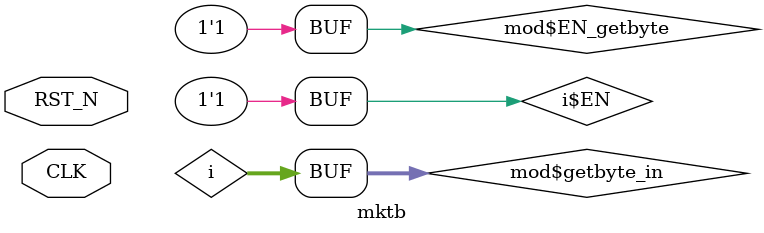
<source format=v>

`ifdef BSV_ASSIGNMENT_DELAY
`else
  `define BSV_ASSIGNMENT_DELAY
`endif

`ifdef BSV_POSITIVE_RESET
  `define BSV_RESET_VALUE 1'b1
  `define BSV_RESET_EDGE posedge
`else
  `define BSV_RESET_VALUE 1'b0
  `define BSV_RESET_EDGE negedge
`endif

module mktb(CLK,
	    RST_N);
  input  CLK;
  input  RST_N;

  // register i
  reg [7 : 0] i;
  wire [7 : 0] i$D_IN;
  wire i$EN;

  // ports of submodule mod
  wire [7 : 0] mod$getbyte, mod$getbyte_in;
  wire mod$EN_getbyte;

  // submodule mod
  mkinv_sbox_threshold mod(.seed_1(16'h0004),
			   .seed_2(24'h000002),
			   .seed_3(24'h000001),
			   .CLK(CLK),
			   .RST_N(RST_N),
			   .getbyte_in(mod$getbyte_in),
			   .EN_getbyte(mod$EN_getbyte),
			   .getbyte(mod$getbyte),
			   .RDY_getbyte());

  // register i
  assign i$D_IN = i + 8'd1 ;
  assign i$EN = 1'd1 ;

  // submodule mod
  assign mod$getbyte_in = i ;
  assign mod$EN_getbyte = 1'd1 ;

  // handling of inlined registers

  always@(posedge CLK)
  begin
    if (RST_N == `BSV_RESET_VALUE)
      begin
        i <= `BSV_ASSIGNMENT_DELAY 8'd0;
      end
    else
      begin
        if (i$EN) i <= `BSV_ASSIGNMENT_DELAY i$D_IN;
      end
  end

  // synopsys translate_off
  `ifdef BSV_NO_INITIAL_BLOCKS
  `else // not BSV_NO_INITIAL_BLOCKS
  initial
  begin
    i = 8'hAA;
  end
  `endif // BSV_NO_INITIAL_BLOCKS
  // synopsys translate_on

  // handling of system tasks

  // synopsys translate_off
  always@(negedge CLK)
  begin
    #0;
    if (RST_N != `BSV_RESET_VALUE) $display("%h out", mod$getbyte);
    if (RST_N != `BSV_RESET_VALUE) if (i == 8'hFF) $finish(32'd1);
  end
  // synopsys translate_on
endmodule  // mktb


</source>
